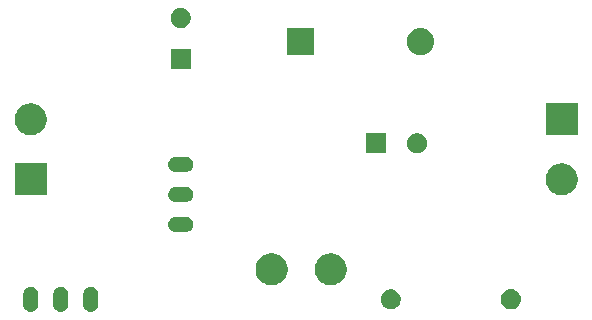
<source format=gbr>
G04 #@! TF.GenerationSoftware,KiCad,Pcbnew,(5.0.2-5-10.14)*
G04 #@! TF.CreationDate,2019-03-09T13:51:56-08:00*
G04 #@! TF.ProjectId,sunclock,73756e63-6c6f-4636-9b2e-6b696361645f,rev?*
G04 #@! TF.SameCoordinates,Original*
G04 #@! TF.FileFunction,Soldermask,Bot*
G04 #@! TF.FilePolarity,Negative*
%FSLAX46Y46*%
G04 Gerber Fmt 4.6, Leading zero omitted, Abs format (unit mm)*
G04 Created by KiCad (PCBNEW (5.0.2-5-10.14)) date Saturday, March 09, 2019 at 01:51:56 PM*
%MOMM*%
%LPD*%
G01*
G04 APERTURE LIST*
%ADD10C,0.100000*%
G04 APERTURE END LIST*
D10*
G36*
X109347617Y-103098420D02*
X109429426Y-103123237D01*
X109470332Y-103135645D01*
X109530782Y-103167957D01*
X109583425Y-103196095D01*
X109682553Y-103277447D01*
X109763905Y-103376574D01*
X109763906Y-103376576D01*
X109824355Y-103489667D01*
X109836763Y-103530573D01*
X109861580Y-103612382D01*
X109871000Y-103708027D01*
X109871000Y-104571973D01*
X109861580Y-104667618D01*
X109857071Y-104682481D01*
X109824355Y-104790333D01*
X109818645Y-104801015D01*
X109763905Y-104903426D01*
X109682553Y-105002553D01*
X109583426Y-105083905D01*
X109583424Y-105083906D01*
X109470333Y-105144355D01*
X109429427Y-105156763D01*
X109347618Y-105181580D01*
X109220000Y-105194149D01*
X109092383Y-105181580D01*
X109010574Y-105156763D01*
X108969668Y-105144355D01*
X108856577Y-105083906D01*
X108856575Y-105083905D01*
X108757448Y-105002553D01*
X108676096Y-104903426D01*
X108621356Y-104801015D01*
X108615646Y-104790333D01*
X108601791Y-104744659D01*
X108578420Y-104667618D01*
X108569000Y-104571973D01*
X108569000Y-103708028D01*
X108578420Y-103612383D01*
X108615645Y-103489669D01*
X108615645Y-103489668D01*
X108648076Y-103428995D01*
X108676095Y-103376575D01*
X108737861Y-103301313D01*
X108757445Y-103277449D01*
X108757447Y-103277447D01*
X108856574Y-103196095D01*
X108869509Y-103189181D01*
X108969667Y-103135645D01*
X109010573Y-103123237D01*
X109092382Y-103098420D01*
X109220000Y-103085851D01*
X109347617Y-103098420D01*
X109347617Y-103098420D01*
G37*
G36*
X111887617Y-103098420D02*
X111969426Y-103123237D01*
X112010332Y-103135645D01*
X112070782Y-103167957D01*
X112123425Y-103196095D01*
X112222553Y-103277447D01*
X112303905Y-103376574D01*
X112303906Y-103376576D01*
X112364355Y-103489667D01*
X112376763Y-103530573D01*
X112401580Y-103612382D01*
X112411000Y-103708027D01*
X112411000Y-104571973D01*
X112401580Y-104667618D01*
X112397071Y-104682481D01*
X112364355Y-104790333D01*
X112358645Y-104801015D01*
X112303905Y-104903426D01*
X112222553Y-105002553D01*
X112123426Y-105083905D01*
X112123424Y-105083906D01*
X112010333Y-105144355D01*
X111969427Y-105156763D01*
X111887618Y-105181580D01*
X111760000Y-105194149D01*
X111632383Y-105181580D01*
X111550574Y-105156763D01*
X111509668Y-105144355D01*
X111396577Y-105083906D01*
X111396575Y-105083905D01*
X111297448Y-105002553D01*
X111216096Y-104903426D01*
X111161356Y-104801015D01*
X111155646Y-104790333D01*
X111141791Y-104744659D01*
X111118420Y-104667618D01*
X111109000Y-104571973D01*
X111109000Y-103708028D01*
X111118420Y-103612383D01*
X111155645Y-103489669D01*
X111155645Y-103489668D01*
X111188076Y-103428995D01*
X111216095Y-103376575D01*
X111277861Y-103301313D01*
X111297445Y-103277449D01*
X111297447Y-103277447D01*
X111396574Y-103196095D01*
X111409509Y-103189181D01*
X111509667Y-103135645D01*
X111550573Y-103123237D01*
X111632382Y-103098420D01*
X111760000Y-103085851D01*
X111887617Y-103098420D01*
X111887617Y-103098420D01*
G37*
G36*
X114427617Y-103098420D02*
X114509426Y-103123237D01*
X114550332Y-103135645D01*
X114610782Y-103167957D01*
X114663425Y-103196095D01*
X114762553Y-103277447D01*
X114843905Y-103376574D01*
X114843906Y-103376576D01*
X114904355Y-103489667D01*
X114916763Y-103530573D01*
X114941580Y-103612382D01*
X114951000Y-103708027D01*
X114951000Y-104571973D01*
X114941580Y-104667618D01*
X114937071Y-104682481D01*
X114904355Y-104790333D01*
X114898645Y-104801015D01*
X114843905Y-104903426D01*
X114762553Y-105002553D01*
X114663426Y-105083905D01*
X114663424Y-105083906D01*
X114550333Y-105144355D01*
X114509427Y-105156763D01*
X114427618Y-105181580D01*
X114300000Y-105194149D01*
X114172383Y-105181580D01*
X114090574Y-105156763D01*
X114049668Y-105144355D01*
X113936577Y-105083906D01*
X113936575Y-105083905D01*
X113837448Y-105002553D01*
X113756096Y-104903426D01*
X113701356Y-104801015D01*
X113695646Y-104790333D01*
X113681791Y-104744659D01*
X113658420Y-104667618D01*
X113649000Y-104571973D01*
X113649000Y-103708028D01*
X113658420Y-103612383D01*
X113695645Y-103489669D01*
X113695645Y-103489668D01*
X113728076Y-103428995D01*
X113756095Y-103376575D01*
X113817861Y-103301313D01*
X113837445Y-103277449D01*
X113837447Y-103277447D01*
X113936574Y-103196095D01*
X113949509Y-103189181D01*
X114049667Y-103135645D01*
X114090573Y-103123237D01*
X114172382Y-103098420D01*
X114300000Y-103085851D01*
X114427617Y-103098420D01*
X114427617Y-103098420D01*
G37*
G36*
X139948228Y-103321703D02*
X140103100Y-103385853D01*
X140242481Y-103478985D01*
X140361015Y-103597519D01*
X140454147Y-103736900D01*
X140518297Y-103891772D01*
X140551000Y-104056184D01*
X140551000Y-104223816D01*
X140518297Y-104388228D01*
X140454147Y-104543100D01*
X140361015Y-104682481D01*
X140242481Y-104801015D01*
X140103100Y-104894147D01*
X139948228Y-104958297D01*
X139783816Y-104991000D01*
X139616184Y-104991000D01*
X139451772Y-104958297D01*
X139296900Y-104894147D01*
X139157519Y-104801015D01*
X139038985Y-104682481D01*
X138945853Y-104543100D01*
X138881703Y-104388228D01*
X138849000Y-104223816D01*
X138849000Y-104056184D01*
X138881703Y-103891772D01*
X138945853Y-103736900D01*
X139038985Y-103597519D01*
X139157519Y-103478985D01*
X139296900Y-103385853D01*
X139451772Y-103321703D01*
X139616184Y-103289000D01*
X139783816Y-103289000D01*
X139948228Y-103321703D01*
X139948228Y-103321703D01*
G37*
G36*
X150026821Y-103301313D02*
X150026824Y-103301314D01*
X150026825Y-103301314D01*
X150187239Y-103349975D01*
X150187241Y-103349976D01*
X150187244Y-103349977D01*
X150335078Y-103428995D01*
X150464659Y-103535341D01*
X150571005Y-103664922D01*
X150650023Y-103812756D01*
X150650024Y-103812759D01*
X150650025Y-103812761D01*
X150698686Y-103973175D01*
X150698687Y-103973179D01*
X150715117Y-104140000D01*
X150698687Y-104306821D01*
X150698686Y-104306824D01*
X150698686Y-104306825D01*
X150673993Y-104388228D01*
X150650023Y-104467244D01*
X150571005Y-104615078D01*
X150464659Y-104744659D01*
X150335078Y-104851005D01*
X150187244Y-104930023D01*
X150187241Y-104930024D01*
X150187239Y-104930025D01*
X150026825Y-104978686D01*
X150026824Y-104978686D01*
X150026821Y-104978687D01*
X149901804Y-104991000D01*
X149818196Y-104991000D01*
X149693179Y-104978687D01*
X149693176Y-104978686D01*
X149693175Y-104978686D01*
X149532761Y-104930025D01*
X149532759Y-104930024D01*
X149532756Y-104930023D01*
X149384922Y-104851005D01*
X149255341Y-104744659D01*
X149148995Y-104615078D01*
X149069977Y-104467244D01*
X149046008Y-104388228D01*
X149021314Y-104306825D01*
X149021314Y-104306824D01*
X149021313Y-104306821D01*
X149004883Y-104140000D01*
X149021313Y-103973179D01*
X149021314Y-103973175D01*
X149069975Y-103812761D01*
X149069976Y-103812759D01*
X149069977Y-103812756D01*
X149148995Y-103664922D01*
X149255341Y-103535341D01*
X149384922Y-103428995D01*
X149532756Y-103349977D01*
X149532759Y-103349976D01*
X149532761Y-103349975D01*
X149693175Y-103301314D01*
X149693176Y-103301314D01*
X149693179Y-103301313D01*
X149818196Y-103289000D01*
X149901804Y-103289000D01*
X150026821Y-103301313D01*
X150026821Y-103301313D01*
G37*
G36*
X129883567Y-100274959D02*
X130014072Y-100300918D01*
X130259939Y-100402759D01*
X130480464Y-100550110D01*
X130481215Y-100550612D01*
X130669388Y-100738785D01*
X130669390Y-100738788D01*
X130817241Y-100960061D01*
X130919082Y-101205928D01*
X130971000Y-101466938D01*
X130971000Y-101733062D01*
X130919082Y-101994072D01*
X130817241Y-102239939D01*
X130669890Y-102460464D01*
X130669388Y-102461215D01*
X130481215Y-102649388D01*
X130481212Y-102649390D01*
X130259939Y-102797241D01*
X130014072Y-102899082D01*
X129883567Y-102925041D01*
X129753063Y-102951000D01*
X129486937Y-102951000D01*
X129356433Y-102925041D01*
X129225928Y-102899082D01*
X128980061Y-102797241D01*
X128758788Y-102649390D01*
X128758785Y-102649388D01*
X128570612Y-102461215D01*
X128570110Y-102460464D01*
X128422759Y-102239939D01*
X128320918Y-101994072D01*
X128269000Y-101733062D01*
X128269000Y-101466938D01*
X128320918Y-101205928D01*
X128422759Y-100960061D01*
X128570610Y-100738788D01*
X128570612Y-100738785D01*
X128758785Y-100550612D01*
X128759536Y-100550110D01*
X128980061Y-100402759D01*
X129225928Y-100300918D01*
X129356433Y-100274959D01*
X129486937Y-100249000D01*
X129753063Y-100249000D01*
X129883567Y-100274959D01*
X129883567Y-100274959D01*
G37*
G36*
X134883567Y-100274959D02*
X135014072Y-100300918D01*
X135259939Y-100402759D01*
X135480464Y-100550110D01*
X135481215Y-100550612D01*
X135669388Y-100738785D01*
X135669390Y-100738788D01*
X135817241Y-100960061D01*
X135919082Y-101205928D01*
X135971000Y-101466938D01*
X135971000Y-101733062D01*
X135919082Y-101994072D01*
X135817241Y-102239939D01*
X135669890Y-102460464D01*
X135669388Y-102461215D01*
X135481215Y-102649388D01*
X135481212Y-102649390D01*
X135259939Y-102797241D01*
X135014072Y-102899082D01*
X134883567Y-102925041D01*
X134753063Y-102951000D01*
X134486937Y-102951000D01*
X134356433Y-102925041D01*
X134225928Y-102899082D01*
X133980061Y-102797241D01*
X133758788Y-102649390D01*
X133758785Y-102649388D01*
X133570612Y-102461215D01*
X133570110Y-102460464D01*
X133422759Y-102239939D01*
X133320918Y-101994072D01*
X133269000Y-101733062D01*
X133269000Y-101466938D01*
X133320918Y-101205928D01*
X133422759Y-100960061D01*
X133570610Y-100738788D01*
X133570612Y-100738785D01*
X133758785Y-100550612D01*
X133759536Y-100550110D01*
X133980061Y-100402759D01*
X134225928Y-100300918D01*
X134356433Y-100274959D01*
X134486937Y-100249000D01*
X134753063Y-100249000D01*
X134883567Y-100274959D01*
X134883567Y-100274959D01*
G37*
G36*
X122383855Y-97142140D02*
X122447618Y-97148420D01*
X122529427Y-97173237D01*
X122570333Y-97185645D01*
X122670491Y-97239181D01*
X122683426Y-97246095D01*
X122782553Y-97327447D01*
X122863905Y-97426574D01*
X122863906Y-97426576D01*
X122924355Y-97539667D01*
X122924355Y-97539668D01*
X122961580Y-97662382D01*
X122974149Y-97790000D01*
X122961580Y-97917618D01*
X122936763Y-97999427D01*
X122924355Y-98040333D01*
X122870819Y-98140491D01*
X122863905Y-98153426D01*
X122782553Y-98252553D01*
X122683426Y-98333905D01*
X122683424Y-98333906D01*
X122570333Y-98394355D01*
X122529427Y-98406763D01*
X122447618Y-98431580D01*
X122383855Y-98437860D01*
X122351974Y-98441000D01*
X121488026Y-98441000D01*
X121456145Y-98437860D01*
X121392382Y-98431580D01*
X121310573Y-98406763D01*
X121269667Y-98394355D01*
X121156576Y-98333906D01*
X121156574Y-98333905D01*
X121057447Y-98252553D01*
X120976095Y-98153426D01*
X120969181Y-98140491D01*
X120915645Y-98040333D01*
X120903237Y-97999427D01*
X120878420Y-97917618D01*
X120865851Y-97790000D01*
X120878420Y-97662382D01*
X120915645Y-97539668D01*
X120915645Y-97539667D01*
X120976094Y-97426576D01*
X120976095Y-97426574D01*
X121057447Y-97327447D01*
X121156574Y-97246095D01*
X121169509Y-97239181D01*
X121269667Y-97185645D01*
X121310573Y-97173237D01*
X121392382Y-97148420D01*
X121456145Y-97142140D01*
X121488026Y-97139000D01*
X122351974Y-97139000D01*
X122383855Y-97142140D01*
X122383855Y-97142140D01*
G37*
G36*
X122383855Y-94602140D02*
X122447618Y-94608420D01*
X122529427Y-94633237D01*
X122570333Y-94645645D01*
X122670491Y-94699181D01*
X122683426Y-94706095D01*
X122782553Y-94787447D01*
X122863905Y-94886574D01*
X122863906Y-94886576D01*
X122924355Y-94999667D01*
X122933371Y-95029390D01*
X122961580Y-95122382D01*
X122974149Y-95250000D01*
X122961580Y-95377618D01*
X122936763Y-95459427D01*
X122924355Y-95500333D01*
X122870819Y-95600491D01*
X122863905Y-95613426D01*
X122782553Y-95712553D01*
X122683426Y-95793905D01*
X122683424Y-95793906D01*
X122570333Y-95854355D01*
X122529427Y-95866763D01*
X122447618Y-95891580D01*
X122383855Y-95897860D01*
X122351974Y-95901000D01*
X121488026Y-95901000D01*
X121456145Y-95897860D01*
X121392382Y-95891580D01*
X121310573Y-95866763D01*
X121269667Y-95854355D01*
X121156576Y-95793906D01*
X121156574Y-95793905D01*
X121057447Y-95712553D01*
X120976095Y-95613426D01*
X120969181Y-95600491D01*
X120915645Y-95500333D01*
X120903237Y-95459427D01*
X120878420Y-95377618D01*
X120865851Y-95250000D01*
X120878420Y-95122382D01*
X120906629Y-95029390D01*
X120915645Y-94999667D01*
X120976094Y-94886576D01*
X120976095Y-94886574D01*
X121057447Y-94787447D01*
X121156574Y-94706095D01*
X121169509Y-94699181D01*
X121269667Y-94645645D01*
X121310573Y-94633237D01*
X121392382Y-94608420D01*
X121456145Y-94602140D01*
X121488026Y-94599000D01*
X122351974Y-94599000D01*
X122383855Y-94602140D01*
X122383855Y-94602140D01*
G37*
G36*
X110571000Y-95331000D02*
X107869000Y-95331000D01*
X107869000Y-92629000D01*
X110571000Y-92629000D01*
X110571000Y-95331000D01*
X110571000Y-95331000D01*
G37*
G36*
X154441567Y-92654959D02*
X154572072Y-92680918D01*
X154817939Y-92782759D01*
X155038464Y-92930110D01*
X155039215Y-92930612D01*
X155227388Y-93118785D01*
X155227390Y-93118788D01*
X155375241Y-93340061D01*
X155477082Y-93585928D01*
X155529000Y-93846938D01*
X155529000Y-94113062D01*
X155477082Y-94374072D01*
X155375241Y-94619939D01*
X155263315Y-94787447D01*
X155227388Y-94841215D01*
X155039215Y-95029388D01*
X155039212Y-95029390D01*
X154817939Y-95177241D01*
X154572072Y-95279082D01*
X154441567Y-95305041D01*
X154311063Y-95331000D01*
X154044937Y-95331000D01*
X153914433Y-95305041D01*
X153783928Y-95279082D01*
X153538061Y-95177241D01*
X153316788Y-95029390D01*
X153316785Y-95029388D01*
X153128612Y-94841215D01*
X153092685Y-94787447D01*
X152980759Y-94619939D01*
X152878918Y-94374072D01*
X152827000Y-94113062D01*
X152827000Y-93846938D01*
X152878918Y-93585928D01*
X152980759Y-93340061D01*
X153128610Y-93118788D01*
X153128612Y-93118785D01*
X153316785Y-92930612D01*
X153317536Y-92930110D01*
X153538061Y-92782759D01*
X153783928Y-92680918D01*
X153914433Y-92654959D01*
X154044937Y-92629000D01*
X154311063Y-92629000D01*
X154441567Y-92654959D01*
X154441567Y-92654959D01*
G37*
G36*
X122383855Y-92062140D02*
X122447618Y-92068420D01*
X122529427Y-92093237D01*
X122570333Y-92105645D01*
X122670491Y-92159181D01*
X122683426Y-92166095D01*
X122782553Y-92247447D01*
X122863905Y-92346574D01*
X122863906Y-92346576D01*
X122924355Y-92459667D01*
X122924355Y-92459668D01*
X122961580Y-92582382D01*
X122974149Y-92710000D01*
X122961580Y-92837618D01*
X122936763Y-92919427D01*
X122924355Y-92960333D01*
X122870819Y-93060491D01*
X122863905Y-93073426D01*
X122782553Y-93172553D01*
X122683426Y-93253905D01*
X122683424Y-93253906D01*
X122570333Y-93314355D01*
X122529427Y-93326763D01*
X122447618Y-93351580D01*
X122383855Y-93357860D01*
X122351974Y-93361000D01*
X121488026Y-93361000D01*
X121456145Y-93357860D01*
X121392382Y-93351580D01*
X121310573Y-93326763D01*
X121269667Y-93314355D01*
X121156576Y-93253906D01*
X121156574Y-93253905D01*
X121057447Y-93172553D01*
X120976095Y-93073426D01*
X120969181Y-93060491D01*
X120915645Y-92960333D01*
X120903237Y-92919427D01*
X120878420Y-92837618D01*
X120865851Y-92710000D01*
X120878420Y-92582382D01*
X120915645Y-92459668D01*
X120915645Y-92459667D01*
X120976094Y-92346576D01*
X120976095Y-92346574D01*
X121057447Y-92247447D01*
X121156574Y-92166095D01*
X121169509Y-92159181D01*
X121269667Y-92105645D01*
X121310573Y-92093237D01*
X121392382Y-92068420D01*
X121456145Y-92062140D01*
X121488026Y-92059000D01*
X122351974Y-92059000D01*
X122383855Y-92062140D01*
X122383855Y-92062140D01*
G37*
G36*
X139281000Y-91783000D02*
X137579000Y-91783000D01*
X137579000Y-90081000D01*
X139281000Y-90081000D01*
X139281000Y-91783000D01*
X139281000Y-91783000D01*
G37*
G36*
X142178228Y-90113703D02*
X142333100Y-90177853D01*
X142472481Y-90270985D01*
X142591015Y-90389519D01*
X142684147Y-90528900D01*
X142748297Y-90683772D01*
X142781000Y-90848184D01*
X142781000Y-91015816D01*
X142748297Y-91180228D01*
X142684147Y-91335100D01*
X142591015Y-91474481D01*
X142472481Y-91593015D01*
X142333100Y-91686147D01*
X142178228Y-91750297D01*
X142013816Y-91783000D01*
X141846184Y-91783000D01*
X141681772Y-91750297D01*
X141526900Y-91686147D01*
X141387519Y-91593015D01*
X141268985Y-91474481D01*
X141175853Y-91335100D01*
X141111703Y-91180228D01*
X141079000Y-91015816D01*
X141079000Y-90848184D01*
X141111703Y-90683772D01*
X141175853Y-90528900D01*
X141268985Y-90389519D01*
X141387519Y-90270985D01*
X141526900Y-90177853D01*
X141681772Y-90113703D01*
X141846184Y-90081000D01*
X142013816Y-90081000D01*
X142178228Y-90113703D01*
X142178228Y-90113703D01*
G37*
G36*
X109483567Y-87574959D02*
X109614072Y-87600918D01*
X109859939Y-87702759D01*
X110080464Y-87850110D01*
X110081215Y-87850612D01*
X110269388Y-88038785D01*
X110269390Y-88038788D01*
X110417241Y-88260061D01*
X110519082Y-88505928D01*
X110571000Y-88766938D01*
X110571000Y-89033062D01*
X110519082Y-89294072D01*
X110417241Y-89539939D01*
X110269890Y-89760464D01*
X110269388Y-89761215D01*
X110081215Y-89949388D01*
X110081212Y-89949390D01*
X109859939Y-90097241D01*
X109614072Y-90199082D01*
X109483567Y-90225041D01*
X109353063Y-90251000D01*
X109086937Y-90251000D01*
X108956433Y-90225041D01*
X108825928Y-90199082D01*
X108580061Y-90097241D01*
X108358788Y-89949390D01*
X108358785Y-89949388D01*
X108170612Y-89761215D01*
X108170110Y-89760464D01*
X108022759Y-89539939D01*
X107920918Y-89294072D01*
X107869000Y-89033062D01*
X107869000Y-88766938D01*
X107920918Y-88505928D01*
X108022759Y-88260061D01*
X108170610Y-88038788D01*
X108170612Y-88038785D01*
X108358785Y-87850612D01*
X108359536Y-87850110D01*
X108580061Y-87702759D01*
X108825928Y-87600918D01*
X108956433Y-87574959D01*
X109086937Y-87549000D01*
X109353063Y-87549000D01*
X109483567Y-87574959D01*
X109483567Y-87574959D01*
G37*
G36*
X155529000Y-90251000D02*
X152827000Y-90251000D01*
X152827000Y-87549000D01*
X155529000Y-87549000D01*
X155529000Y-90251000D01*
X155529000Y-90251000D01*
G37*
G36*
X122771000Y-84671000D02*
X121069000Y-84671000D01*
X121069000Y-82969000D01*
X122771000Y-82969000D01*
X122771000Y-84671000D01*
X122771000Y-84671000D01*
G37*
G36*
X142364180Y-81151662D02*
X142465635Y-81161654D01*
X142682600Y-81227470D01*
X142682602Y-81227471D01*
X142682605Y-81227472D01*
X142882556Y-81334347D01*
X143057818Y-81478182D01*
X143201653Y-81653444D01*
X143308528Y-81853395D01*
X143308529Y-81853398D01*
X143308530Y-81853400D01*
X143374346Y-82070365D01*
X143396569Y-82296000D01*
X143374346Y-82521635D01*
X143308530Y-82738600D01*
X143308528Y-82738605D01*
X143201653Y-82938556D01*
X143057818Y-83113818D01*
X142882556Y-83257653D01*
X142682605Y-83364528D01*
X142682602Y-83364529D01*
X142682600Y-83364530D01*
X142465635Y-83430346D01*
X142364180Y-83440338D01*
X142296545Y-83447000D01*
X142183455Y-83447000D01*
X142115820Y-83440338D01*
X142014365Y-83430346D01*
X141797400Y-83364530D01*
X141797398Y-83364529D01*
X141797395Y-83364528D01*
X141597444Y-83257653D01*
X141422182Y-83113818D01*
X141278347Y-82938556D01*
X141171472Y-82738605D01*
X141171470Y-82738600D01*
X141105654Y-82521635D01*
X141083431Y-82296000D01*
X141105654Y-82070365D01*
X141171470Y-81853400D01*
X141171471Y-81853398D01*
X141171472Y-81853395D01*
X141278347Y-81653444D01*
X141422182Y-81478182D01*
X141597444Y-81334347D01*
X141797395Y-81227472D01*
X141797398Y-81227471D01*
X141797400Y-81227470D01*
X142014365Y-81161654D01*
X142115820Y-81151662D01*
X142183455Y-81145000D01*
X142296545Y-81145000D01*
X142364180Y-81151662D01*
X142364180Y-81151662D01*
G37*
G36*
X133231000Y-83447000D02*
X130929000Y-83447000D01*
X130929000Y-81145000D01*
X133231000Y-81145000D01*
X133231000Y-83447000D01*
X133231000Y-83447000D01*
G37*
G36*
X122168228Y-79501703D02*
X122323100Y-79565853D01*
X122462481Y-79658985D01*
X122581015Y-79777519D01*
X122674147Y-79916900D01*
X122738297Y-80071772D01*
X122771000Y-80236184D01*
X122771000Y-80403816D01*
X122738297Y-80568228D01*
X122674147Y-80723100D01*
X122581015Y-80862481D01*
X122462481Y-80981015D01*
X122323100Y-81074147D01*
X122168228Y-81138297D01*
X122003816Y-81171000D01*
X121836184Y-81171000D01*
X121671772Y-81138297D01*
X121516900Y-81074147D01*
X121377519Y-80981015D01*
X121258985Y-80862481D01*
X121165853Y-80723100D01*
X121101703Y-80568228D01*
X121069000Y-80403816D01*
X121069000Y-80236184D01*
X121101703Y-80071772D01*
X121165853Y-79916900D01*
X121258985Y-79777519D01*
X121377519Y-79658985D01*
X121516900Y-79565853D01*
X121671772Y-79501703D01*
X121836184Y-79469000D01*
X122003816Y-79469000D01*
X122168228Y-79501703D01*
X122168228Y-79501703D01*
G37*
M02*

</source>
